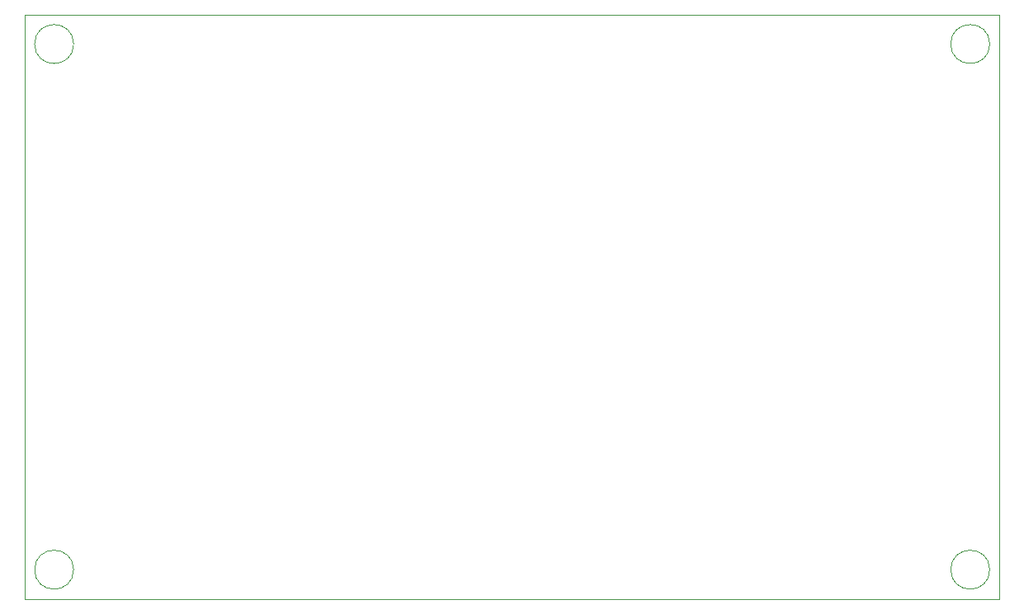
<source format=gm1>
%TF.GenerationSoftware,KiCad,Pcbnew,(6.0.4-0)*%
%TF.CreationDate,2022-11-11T12:05:06+01:00*%
%TF.ProjectId,DGPS_0.1,44475053-5f30-42e3-912e-6b696361645f,rev?*%
%TF.SameCoordinates,Original*%
%TF.FileFunction,Profile,NP*%
%FSLAX46Y46*%
G04 Gerber Fmt 4.6, Leading zero omitted, Abs format (unit mm)*
G04 Created by KiCad (PCBNEW (6.0.4-0)) date 2022-11-11 12:05:06*
%MOMM*%
%LPD*%
G01*
G04 APERTURE LIST*
%TA.AperFunction,Profile*%
%ADD10C,0.100000*%
%TD*%
G04 APERTURE END LIST*
D10*
X100000000Y-100000000D02*
X200000000Y-100000000D01*
X200000000Y-100000000D02*
X200000000Y-40000000D01*
X200000000Y-40000000D02*
X100000000Y-40000000D01*
X100000000Y-40000000D02*
X100000000Y-100000000D01*
X199000000Y-43000000D02*
G75*
G03*
X199000000Y-43000000I-2000000J0D01*
G01*
X199000000Y-97000000D02*
G75*
G03*
X199000000Y-97000000I-2000000J0D01*
G01*
X105000000Y-43000000D02*
G75*
G03*
X105000000Y-43000000I-2000000J0D01*
G01*
X105000000Y-97000000D02*
G75*
G03*
X105000000Y-97000000I-2000000J0D01*
G01*
M02*

</source>
